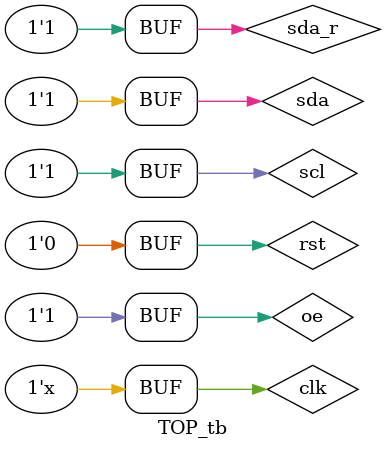
<source format=v>

`timescale 1ns/ 1ns

module TOP_tb();

reg     rst;
reg     clk;   // 180MHz sampling clock
wire    sda;
reg     scl;
reg     sda_r;
reg     oe;

wire [7:0]  myReg0;
wire [7:0]  myReg1;

I2C_SLAVE
#(
    .I2C_SLAVE_ADDR (8'h78),
    .I2C_SLAVE_REG_MODE (1'b1)
)UUT
(
  .CLOCK(clk),
  .RESET(rst),
  .SDA(sda),
  .SCL(scl)
);

initial
begin
    clk = 1;
    rst = 1;
    scl = 1;
    oe  = 0;
    sda_r = 1;

    #5000;
    rst = 0;

    #1000;
    oe  = 1;
    #2000;
////////////////////////////////////////////////////////////////////

    // start
    sda_r=1;#1000;scl=1;#1000;sda_r=0;#2000;scl=0;#4000;
    
    //8'b01111000=0x78
    sda_r=0;
    #2000;

    // pos 1 , 前面那个sda_r=1;
    scl=1;
    #4000;
    scl=0;
    #2000;
    sda_r=1;
    #2000;

    // pos 2
    scl=1;
    #4000;
    scl=0;
    #2000;
    sda_r=1;
    #2000;

    // pos 3
    scl=1;
    #4000;
    scl=0;
    #2000;
    sda_r=1;
    #2000;

    // pos 4
    scl=1;
    #4000;
    scl=0;
    #2000;
    sda_r=1;
    #2000;

    // pos 5
    scl=1;
    #4000;
    scl=0;
    #2000;
    sda_r=0;
    #2000;

    // pos 6
    scl=1;
    #4000;
    scl=0;
    #2000;
    sda_r=0;
    #2000;

    // pos 7
    scl=1;
    #4000;
    scl=0;
    #2000;
    sda_r=0;
    #2000;

    // pos 8
    scl=1;
    #4000;
    scl=0;
    #2000;
    oe  = 0;
    #2000;

    // ack
    scl=1;
    #4000;
    scl=0;
    #4000;

    #4000;
    #4000;
//////////////////////
    // 8'b00000100=0x00
    #1000;
    oe  = 1;
    #2000;
    sda_r=0;
    #2000;

    // pos 1 , 前面那个sda_r=1;
    scl=1;
    #4000;
    scl=0;
    #2000;
    sda_r=0;
    #2000;


    // pos 2
    scl=1;
    #4000;
    scl=0;
    #2000;
    sda_r=0;
    #2000;

    // pos 3
    scl=1;
    #4000;
    scl=0;
    #2000;
    sda_r=0;
    #2000;

    // pos 4
    scl=1;
    #4000;
    scl=0;
    #2000;
    sda_r=0;
    #2000;

    // pos 5
    scl=1;
    #4000;
    scl=0;
    #2000;
    sda_r=0;
    #2000;

    // pos 6
    scl=1;
    #4000;
    scl=0;
    #2000;
    sda_r=0;
    #2000;

    // pos 7
    scl=1;
    #4000;
    scl=0;
    #2000;
    sda_r=0;
    #2000;

    // pos 8
    scl=1;
    #4000;
    scl=0;
    #2000;
    oe  = 0;
    #2000;

    // ack
    scl=1;
    #4000;
    scl=0;
    #4000;
/////////////////////
    // 8'b00000100=0x04
    #1000;
    oe  = 1;
    #2000;
    sda_r=0;
    #2000;

    // pos 1 , 前面那个sda_r=1;
    scl=1;
    #4000;
    scl=0;
    #2000;
    sda_r=0;
    #2000;


    // pos 2
    scl=1;
    #4000;
    scl=0;
    #2000;
    sda_r=0;
    #2000;

    // pos 3
    scl=1;
    #4000;
    scl=0;
    #2000;
    sda_r=0;
    #2000;

    // pos 4
    scl=1;
    #4000;
    scl=0;
    #2000;
    sda_r=0;
    #2000;

    // pos 5
    scl=1;
    #4000;
    scl=0;
    #2000;
    sda_r=1;
    #2000;

    // pos 6
    scl=1;
    #4000;
    scl=0;
    #2000;
    sda_r=0;
    #2000;

    // pos 7
    scl=1;
    #4000;
    scl=0;
    #2000;
    sda_r=0;
    #2000;

    // pos 8
    scl=1;
    #4000;
    scl=0;
    #2000;
    oe  = 0;
    #2000;

    // ack
    scl=1;
    #4000;
    scl=0;
    #4000;
/////////////////////
    // 8'b01001010=0x4A
    #1000;
    oe  = 1;
    #2000;
    sda_r=0;
    #2000;

    // pos 1 , 前面那个sda_r=1;
    scl=1;
    #4000;
    scl=0;
    #2000;
    sda_r=1;
    #2000;

    // pos 2
    scl=1;
    #4000;
    scl=0;
    #2000;
    sda_r=0;
    #2000;

    // pos 3
    scl=1;
    #4000;
    scl=0;
    #2000;
    sda_r=0;
    #2000;

    // pos 4
    scl=1;
    #4000;
    scl=0;
    #2000;
    sda_r=1;
    #2000;

    // pos 5
    scl=1;
    #4000;
    scl=0;
    #2000;
    sda_r=0;
    #2000;

    // pos 6
    scl=1;
    #4000;
    scl=0;
    #2000;
    sda_r=1;
    #2000;

    // pos 7
    scl=1;
    #4000;
    scl=0;
    #2000;
    sda_r=0;
    #2000;

    // pos 8
    scl=1;
    #4000;
    scl=0;
    #2000;
    oe  = 0;
    #2000;

    // ack
    scl=1;
    #4000;
    scl=0;
    #4000;
/////////////////////

    // stop
    scl=1;
    sda_r=0;
    #2000;
    oe  = 1;
    #2000;
    sda_r=1;
    #4000;

//////////////////////////////////////////////////////////////////////

    // start
    sda_r=0;
    #2000;
    scl=0;
    #4000;
    
    
    // 8'b01111000=0x78
    
    sda_r=0;
    #2000;

    // pos 1 , 前面那个sda_r=1;
    scl=1;
    #4000;
    scl=0;
    #2000;
    sda_r=1;
    #2000;

    // pos 2
    scl=1;
    #4000;
    scl=0;
    #2000;
    sda_r=1;
    #2000;

    // pos 3
    scl=1;
    #4000;
    scl=0;
    #2000;
    sda_r=1;
    #2000;

    // pos 4
    scl=1;
    #4000;
    scl=0;
    #2000;
    sda_r=1;
    #2000;

    // pos 5
    scl=1;
    #4000;
    scl=0;
    #2000;
    sda_r=0;
    #2000;

    // pos 6
    scl=1;
    #4000;
    scl=0;
    #2000;
    sda_r=0;
    #2000;

    // pos 7
    scl=1;
    #4000;
    scl=0;
    #2000;
    sda_r=0;
    #2000;

    // pos 8
    scl=1;
    #4000;
    scl=0;
    #2000;
    oe  = 0;
    #2000;

    // ack
    scl=1;
    #4000;
    scl=0;
    #4000;

    #4000;
    #4000;
//////////////////////

    // 8'b00000000
    #1000;
    oe  = 1;
    #2000;
    sda_r=0;
    #2000;

    // pos 1 , 前面那个sda_r=1;
    scl=1;
    #4000;
    scl=0;
    #2000;
    sda_r=0;
    #2000;

    // pos 2
    scl=1;
    #4000;
    scl=0;
    #2000;
    sda_r=0;
    #2000;

    // pos 3
    scl=1;
    #4000;
    scl=0;
    #2000;
    sda_r=0;
    #2000;

    // pos 4
    scl=1;
    #4000;
    scl=0;
    #2000;
    sda_r=0;
    #2000;

    // pos 5
    scl=1;
    #4000;
    scl=0;
    #2000;
    sda_r=0;
    #2000;

    // pos 6
    scl=1;
    #4000;
    scl=0;
    #2000;
    sda_r=0;
    #2000;

    // pos 7
    scl=1;
    #4000;
    scl=0;
    #2000;
    sda_r=0;
    #2000;

    // pos 8
    scl=1;
    #4000;
    scl=0;
    #2000;
    oe  = 0;
    #2000;

    // ack
    scl=1;
    #4000;
    scl=0;
    #4000;
/////////////////////

    // 8'b00000001
    #1000;
    oe  = 1;
    #2000;
    sda_r=0;
    #2000;

    // pos 1 , 前面那个sda_r=1;
    scl=1;
    #4000;
    scl=0;
    #2000;
    sda_r=0;
    #2000;


    // pos 2
    scl=1;
    #4000;
    scl=0;
    #2000;
    sda_r=0;
    #2000;

    // pos 3
    scl=1;
    #4000;
    scl=0;
    #2000;
    sda_r=0;
    #2000;

    // pos 4
    scl=1;
    #4000;
    scl=0;
    #2000;
    sda_r=0;
    #2000;

    // pos 5
    scl=1;
    #4000;
    scl=0;
    #2000;
    sda_r=1;
    #2000;

    // pos 6
    scl=1;
    #4000;
    scl=0;
    #2000;
    sda_r=0;
    #2000;

    // pos 7
    scl=1;
    #4000;
    scl=0;
    #2000;
    sda_r=0;
    #2000;

    // pos 8
    scl=1;
    #4000;
    scl=0;
    #2000;
    oe  = 0;
    #2000;

    // ack
    scl=1;
    #4000;
    scl=0;
    #4000;

//////////////////////////////////////////////////////////////////////

    oe  = 1;
    // start
    sda_r=1;#1000;scl=1;#1000;sda_r=0;#2000;scl=0;#4000;
    
    // 0x79
    sda_r=0;
    #2000;

    // pos 1 , 前面那个sda_r=1;
    scl=1;
    #4000;
    scl=0;
    #2000;
    sda_r=1;
    #2000;

    // pos 2
    scl=1;
    #4000;
    scl=0;
    #2000;
    sda_r=1;
    #2000;

    // pos 3
    scl=1;
    #4000;
    scl=0;
    #2000;
    sda_r=1;
    #2000;

    // pos 4
    scl=1;
    #4000;
    scl=0;
    #2000;
    sda_r=1;
    #2000;

    // pos 5
    scl=1;
    #4000;
    scl=0;
    #2000;
    sda_r=0;
    #2000;

    // pos 6
    scl=1;
    #4000;
    scl=0;
    #2000;
    sda_r=0;
    #2000;

    // pos 7
    scl=1;
    #4000;
    scl=0;
    #2000;
    sda_r=1;
    #2000;

    // pos 8
    scl=1;
    #4000;
    scl=0;
    #2000;
    oe  = 0;
    #2000;

    // ack
    scl=1;
    #4000;
    scl=0;
    #4000;

    #4000;
    #4000;
//////////////////////

    //read
    // pos 1 
    scl=1;
    #4000;
    scl=0;
    #4000;

    // pos 2
    scl=1;
    #4000;
    scl=0;
    #4000;

    // pos 3
    scl=1;
    #4000;
    scl=0;
    #4000;

    // pos 4
    scl=1;
    #4000;
    scl=0;
    #4000;

    // pos 5
    scl=1;
    #4000;
    scl=0;
    #4000;

    // pos 6
    scl=1;
    #4000;
    scl=0;
    #4000;

    // pos 7
    scl=1;
    #4000;
    scl=0;
    #4000;

    // pos 8
    scl=1;
    #4000;
    scl=0;
    #2000;
    
    // no ack
    oe=1;
    #2000;
    sda_r=1;
    #2000;
    scl=1;
    #4000;
    scl=0;
    #4000;

    #4000;

    // stop
    scl=1;
    sda_r=0;
    #2000;
    oe  = 1;
    #2000;
    sda_r=1;
    #4000;

///////////////////////////////////////////////////////

    

end

always
begin
    #1 clk = ~clk;
end


assign  sda=oe?sda_r:1'bz;

endmodule



</source>
